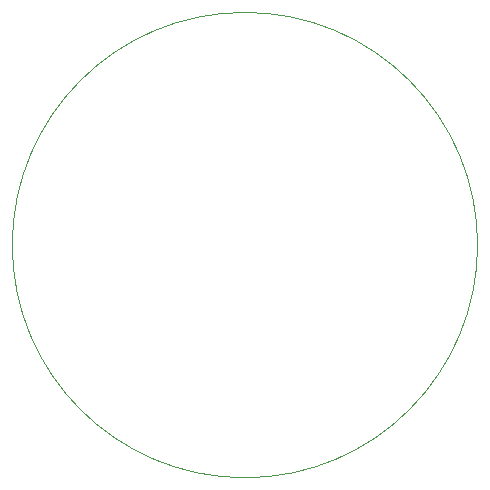
<source format=gbr>
%TF.GenerationSoftware,KiCad,Pcbnew,(6.0.4-0)*%
%TF.CreationDate,2022-06-24T15:38:15+02:00*%
%TF.ProjectId,GlowTubeLEDconnectorB_PCB,476c6f77-5475-4626-954c-4544636f6e6e,rev?*%
%TF.SameCoordinates,Original*%
%TF.FileFunction,Profile,NP*%
%FSLAX46Y46*%
G04 Gerber Fmt 4.6, Leading zero omitted, Abs format (unit mm)*
G04 Created by KiCad (PCBNEW (6.0.4-0)) date 2022-06-24 15:38:15*
%MOMM*%
%LPD*%
G01*
G04 APERTURE LIST*
%TA.AperFunction,Profile*%
%ADD10C,0.100000*%
%TD*%
G04 APERTURE END LIST*
D10*
X123814214Y-67180000D02*
G75*
G03*
X123814214Y-67180000I-19700000J0D01*
G01*
M02*

</source>
